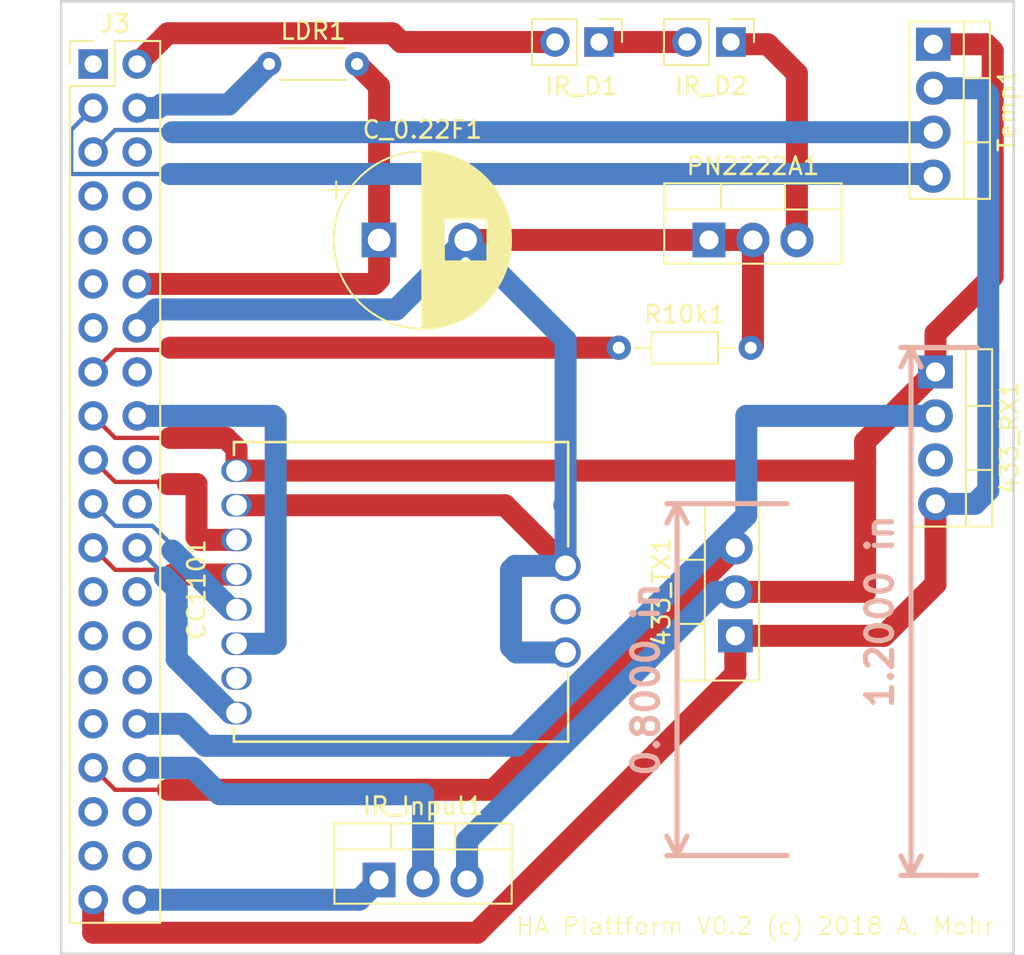
<source format=kicad_pcb>
(kicad_pcb (version 20171130) (host pcbnew "(5.0.0-rc2-dev-482-gf81c77cd4)")

  (general
    (thickness 1.6)
    (drawings 8)
    (tracks 143)
    (zones 0)
    (modules 12)
    (nets 21)
  )

  (page A4)
  (layers
    (0 F.Cu signal)
    (31 B.Cu signal)
    (32 B.Adhes user)
    (33 F.Adhes user)
    (34 B.Paste user)
    (35 F.Paste user)
    (36 B.SilkS user)
    (37 F.SilkS user)
    (38 B.Mask user)
    (39 F.Mask user)
    (40 Dwgs.User user)
    (41 Cmts.User user)
    (42 Eco1.User user)
    (43 Eco2.User user)
    (44 Edge.Cuts user)
    (45 Margin user)
    (46 B.CrtYd user)
    (47 F.CrtYd user)
    (48 B.Fab user)
    (49 F.Fab user)
  )

  (setup
    (last_trace_width 1.27)
    (user_trace_width 1.27)
    (trace_clearance 0.127)
    (zone_clearance 0.508)
    (zone_45_only no)
    (trace_min 0.127)
    (segment_width 0.2)
    (edge_width 0.15)
    (via_size 0.6)
    (via_drill 0.4)
    (via_min_size 0.508)
    (via_min_drill 0.3)
    (uvia_size 0.3)
    (uvia_drill 0.1)
    (uvias_allowed no)
    (uvia_min_size 0.2)
    (uvia_min_drill 0.1)
    (pcb_text_width 0.3)
    (pcb_text_size 1.5 1.5)
    (mod_edge_width 0.15)
    (mod_text_size 1 1)
    (mod_text_width 0.15)
    (pad_size 2 2)
    (pad_drill 1.3)
    (pad_to_mask_clearance 0.2)
    (aux_axis_origin 90.2208 61.2394)
    (visible_elements FFFFFF7F)
    (pcbplotparams
      (layerselection 0x010f0_ffffffff)
      (usegerberextensions true)
      (usegerberattributes false)
      (usegerberadvancedattributes false)
      (creategerberjobfile false)
      (excludeedgelayer true)
      (linewidth 0.100000)
      (plotframeref false)
      (viasonmask false)
      (mode 1)
      (useauxorigin false)
      (hpglpennumber 1)
      (hpglpenspeed 20)
      (hpglpendiameter 15)
      (psnegative false)
      (psa4output false)
      (plotreference true)
      (plotvalue true)
      (plotinvisibletext false)
      (padsonsilk false)
      (subtractmaskfromsilk false)
      (outputformat 1)
      (mirror false)
      (drillshape 0)
      (scaleselection 1)
      (outputdirectory plot/))
  )

  (net 0 "")
  (net 1 "Net-(J3-Pad15)")
  (net 2 "Net-(J3-Pad5)")
  (net 3 "Net-(J3-Pad3)")
  (net 4 "Net-(J3-Pad4)")
  (net 5 "Net-(C_0.22F1-Pad1)")
  (net 6 "Net-(CC1101-Pad11)")
  (net 7 "Net-(CC1101-Pad8)")
  (net 8 "Net-(CC1101-Pad6)")
  (net 9 "Net-(CC1101-Pad5)")
  (net 10 "Net-(CC1101-Pad4)")
  (net 11 "Net-(CC1101-Pad3)")
  (net 12 "Net-(IR_D1-Pad1)")
  (net 13 "Net-(IR_D1-Pad2)")
  (net 14 "Net-(IR_D2-Pad1)")
  (net 15 "Net-(IR_Input1-Pad2)")
  (net 16 "Net-(IR_Input1-Pad1)")
  (net 17 "Net-(433_RX1-Pad1)")
  (net 18 "Net-(433_RX1-Pad2)")
  (net 19 "Net-(433_RX1-Pad4)")
  (net 20 "Net-(433_TX1-Pad3)")

  (net_class Default "This is the default net class."
    (clearance 0.127)
    (trace_width 0.25)
    (via_dia 0.6)
    (via_drill 0.4)
    (uvia_dia 0.3)
    (uvia_drill 0.1)
    (add_net "Net-(433_RX1-Pad1)")
    (add_net "Net-(433_RX1-Pad2)")
    (add_net "Net-(433_RX1-Pad4)")
    (add_net "Net-(433_TX1-Pad3)")
    (add_net "Net-(CC1101-Pad11)")
    (add_net "Net-(CC1101-Pad3)")
    (add_net "Net-(CC1101-Pad4)")
    (add_net "Net-(CC1101-Pad5)")
    (add_net "Net-(CC1101-Pad6)")
    (add_net "Net-(CC1101-Pad8)")
    (add_net "Net-(C_0.22F1-Pad1)")
    (add_net "Net-(IR_D1-Pad1)")
    (add_net "Net-(IR_D1-Pad2)")
    (add_net "Net-(IR_D2-Pad1)")
    (add_net "Net-(IR_Input1-Pad1)")
    (add_net "Net-(IR_Input1-Pad2)")
    (add_net "Net-(J3-Pad15)")
    (add_net "Net-(J3-Pad3)")
    (add_net "Net-(J3-Pad4)")
    (add_net "Net-(J3-Pad5)")
  )

  (net_class 1.27mm ""
    (clearance 0.127)
    (trace_width 1.27)
    (via_dia 0.6)
    (via_drill 0.4)
    (uvia_dia 0.3)
    (uvia_drill 0.1)
  )

  (module Resistor_THT:R_Axial_DIN0204_L3.6mm_D1.6mm_P7.62mm_Horizontal (layer F.Cu) (tedit 5A24F4B6) (tstamp 5AE29867)
    (at 52.197 40.005)
    (descr "Resistor, Axial_DIN0204 series, Axial, Horizontal, pin pitch=7.62mm, 0.167W, length*diameter=3.6*1.6mm^2, http://cdn-reichelt.de/documents/datenblatt/B400/1_4W%23YAG.pdf")
    (tags "Resistor Axial_DIN0204 series Axial Horizontal pin pitch 7.62mm 0.167W length 3.6mm diameter 1.6mm")
    (path /5AD7918F)
    (fp_text reference R10k1 (at 3.81 -1.92) (layer F.SilkS)
      (effects (font (size 1 1) (thickness 0.15)))
    )
    (fp_text value R10k (at 3.81 1.92) (layer F.Fab)
      (effects (font (size 1 1) (thickness 0.15)))
    )
    (fp_line (start 2.01 -0.8) (end 2.01 0.8) (layer F.Fab) (width 0.1))
    (fp_line (start 2.01 0.8) (end 5.61 0.8) (layer F.Fab) (width 0.1))
    (fp_line (start 5.61 0.8) (end 5.61 -0.8) (layer F.Fab) (width 0.1))
    (fp_line (start 5.61 -0.8) (end 2.01 -0.8) (layer F.Fab) (width 0.1))
    (fp_line (start 0 0) (end 2.01 0) (layer F.Fab) (width 0.1))
    (fp_line (start 7.62 0) (end 5.61 0) (layer F.Fab) (width 0.1))
    (fp_line (start 1.89 -0.92) (end 1.89 0.92) (layer F.SilkS) (width 0.12))
    (fp_line (start 1.89 0.92) (end 5.73 0.92) (layer F.SilkS) (width 0.12))
    (fp_line (start 5.73 0.92) (end 5.73 -0.92) (layer F.SilkS) (width 0.12))
    (fp_line (start 5.73 -0.92) (end 1.89 -0.92) (layer F.SilkS) (width 0.12))
    (fp_line (start 0.94 0) (end 1.89 0) (layer F.SilkS) (width 0.12))
    (fp_line (start 6.68 0) (end 5.73 0) (layer F.SilkS) (width 0.12))
    (fp_line (start -0.95 -1.2) (end -0.95 1.2) (layer F.CrtYd) (width 0.05))
    (fp_line (start -0.95 1.2) (end 8.6 1.2) (layer F.CrtYd) (width 0.05))
    (fp_line (start 8.6 1.2) (end 8.6 -1.2) (layer F.CrtYd) (width 0.05))
    (fp_line (start 8.6 -1.2) (end -0.95 -1.2) (layer F.CrtYd) (width 0.05))
    (fp_text user %R (at 3.81 0) (layer F.Fab)
      (effects (font (size 0.72 0.72) (thickness 0.108)))
    )
    (pad 1 thru_hole circle (at 0 0) (size 1.4 1.4) (drill 0.7) (layers *.Cu *.Mask)
      (net 1 "Net-(J3-Pad15)"))
    (pad 2 thru_hole oval (at 7.62 0) (size 1.4 1.4) (drill 0.7) (layers *.Cu *.Mask)
      (net 6 "Net-(CC1101-Pad11)"))
    (model ${KISYS3DMOD}/Resistor_THT.3dshapes/R_Axial_DIN0204_L3.6mm_D1.6mm_P7.62mm_Horizontal.wrl
      (at (xyz 0 0 0))
      (scale (xyz 1 1 1))
      (rotate (xyz 0 0 0))
    )
  )

  (module Connector_PinHeader_2.54mm:PinHeader_2x20_P2.54mm_Vertical (layer F.Cu) (tedit 59FED5CC) (tstamp 5AFEEB3D)
    (at 21.844 23.622)
    (descr "Through hole straight pin header, 2x20, 2.54mm pitch, double rows")
    (tags "Through hole pin header THT 2x20 2.54mm double row")
    (path /5AD7EDF3)
    (fp_text reference J3 (at 1.27 -2.33) (layer F.SilkS)
      (effects (font (size 1 1) (thickness 0.15)))
    )
    (fp_text value Raspberry_Pi_2_3 (at 1.27 50.59) (layer F.Fab)
      (effects (font (size 1 1) (thickness 0.15)))
    )
    (fp_line (start 0 -1.27) (end 3.81 -1.27) (layer F.Fab) (width 0.1))
    (fp_line (start 3.81 -1.27) (end 3.81 49.53) (layer F.Fab) (width 0.1))
    (fp_line (start 3.81 49.53) (end -1.27 49.53) (layer F.Fab) (width 0.1))
    (fp_line (start -1.27 49.53) (end -1.27 0) (layer F.Fab) (width 0.1))
    (fp_line (start -1.27 0) (end 0 -1.27) (layer F.Fab) (width 0.1))
    (fp_line (start -1.33 49.59) (end 3.87 49.59) (layer F.SilkS) (width 0.12))
    (fp_line (start -1.33 1.27) (end -1.33 49.59) (layer F.SilkS) (width 0.12))
    (fp_line (start 3.87 -1.33) (end 3.87 49.59) (layer F.SilkS) (width 0.12))
    (fp_line (start -1.33 1.27) (end 1.27 1.27) (layer F.SilkS) (width 0.12))
    (fp_line (start 1.27 1.27) (end 1.27 -1.33) (layer F.SilkS) (width 0.12))
    (fp_line (start 1.27 -1.33) (end 3.87 -1.33) (layer F.SilkS) (width 0.12))
    (fp_line (start -1.33 0) (end -1.33 -1.33) (layer F.SilkS) (width 0.12))
    (fp_line (start -1.33 -1.33) (end 0 -1.33) (layer F.SilkS) (width 0.12))
    (fp_line (start -1.8 -1.8) (end -1.8 50.05) (layer F.CrtYd) (width 0.05))
    (fp_line (start -1.8 50.05) (end 4.35 50.05) (layer F.CrtYd) (width 0.05))
    (fp_line (start 4.35 50.05) (end 4.35 -1.8) (layer F.CrtYd) (width 0.05))
    (fp_line (start 4.35 -1.8) (end -1.8 -1.8) (layer F.CrtYd) (width 0.05))
    (fp_text user %R (at 1.27 24.13 90) (layer F.Fab)
      (effects (font (size 1 1) (thickness 0.15)))
    )
    (pad 1 thru_hole rect (at 0 0) (size 1.7 1.7) (drill 1) (layers *.Cu *.Mask))
    (pad 2 thru_hole oval (at 2.54 0) (size 1.7 1.7) (drill 1) (layers *.Cu *.Mask)
      (net 13 "Net-(IR_D1-Pad2)"))
    (pad 3 thru_hole oval (at 0 2.54) (size 1.7 1.7) (drill 1) (layers *.Cu *.Mask)
      (net 3 "Net-(J3-Pad3)"))
    (pad 4 thru_hole oval (at 2.54 2.54) (size 1.7 1.7) (drill 1) (layers *.Cu *.Mask)
      (net 4 "Net-(J3-Pad4)"))
    (pad 5 thru_hole oval (at 0 5.08) (size 1.7 1.7) (drill 1) (layers *.Cu *.Mask)
      (net 2 "Net-(J3-Pad5)"))
    (pad 6 thru_hole oval (at 2.54 5.08) (size 1.7 1.7) (drill 1) (layers *.Cu *.Mask))
    (pad 7 thru_hole oval (at 0 7.62) (size 1.7 1.7) (drill 1) (layers *.Cu *.Mask))
    (pad 8 thru_hole oval (at 2.54 7.62) (size 1.7 1.7) (drill 1) (layers *.Cu *.Mask))
    (pad 9 thru_hole oval (at 0 10.16) (size 1.7 1.7) (drill 1) (layers *.Cu *.Mask))
    (pad 10 thru_hole oval (at 2.54 10.16) (size 1.7 1.7) (drill 1) (layers *.Cu *.Mask))
    (pad 11 thru_hole oval (at 0 12.7) (size 1.7 1.7) (drill 1) (layers *.Cu *.Mask))
    (pad 12 thru_hole oval (at 2.54 12.7) (size 1.7 1.7) (drill 1) (layers *.Cu *.Mask)
      (net 5 "Net-(C_0.22F1-Pad1)"))
    (pad 13 thru_hole oval (at 0 15.24) (size 1.7 1.7) (drill 1) (layers *.Cu *.Mask))
    (pad 14 thru_hole oval (at 2.54 15.24) (size 1.7 1.7) (drill 1) (layers *.Cu *.Mask)
      (net 6 "Net-(CC1101-Pad11)"))
    (pad 15 thru_hole oval (at 0 17.78) (size 1.7 1.7) (drill 1) (layers *.Cu *.Mask)
      (net 1 "Net-(J3-Pad15)"))
    (pad 16 thru_hole oval (at 2.54 17.78) (size 1.7 1.7) (drill 1) (layers *.Cu *.Mask))
    (pad 17 thru_hole oval (at 0 20.32) (size 1.7 1.7) (drill 1) (layers *.Cu *.Mask)
      (net 17 "Net-(433_RX1-Pad1)"))
    (pad 18 thru_hole oval (at 2.54 20.32) (size 1.7 1.7) (drill 1) (layers *.Cu *.Mask)
      (net 8 "Net-(CC1101-Pad6)"))
    (pad 19 thru_hole oval (at 0 22.86) (size 1.7 1.7) (drill 1) (layers *.Cu *.Mask)
      (net 11 "Net-(CC1101-Pad3)"))
    (pad 20 thru_hole oval (at 2.54 22.86) (size 1.7 1.7) (drill 1) (layers *.Cu *.Mask))
    (pad 21 thru_hole oval (at 0 25.4) (size 1.7 1.7) (drill 1) (layers *.Cu *.Mask)
      (net 9 "Net-(CC1101-Pad5)"))
    (pad 22 thru_hole oval (at 2.54 25.4) (size 1.7 1.7) (drill 1) (layers *.Cu *.Mask))
    (pad 23 thru_hole oval (at 0 27.94) (size 1.7 1.7) (drill 1) (layers *.Cu *.Mask)
      (net 10 "Net-(CC1101-Pad4)"))
    (pad 24 thru_hole oval (at 2.54 27.94) (size 1.7 1.7) (drill 1) (layers *.Cu *.Mask)
      (net 7 "Net-(CC1101-Pad8)"))
    (pad 25 thru_hole oval (at 0 30.48) (size 1.7 1.7) (drill 1) (layers *.Cu *.Mask))
    (pad 26 thru_hole oval (at 2.54 30.48) (size 1.7 1.7) (drill 1) (layers *.Cu *.Mask))
    (pad 27 thru_hole oval (at 0 33.02) (size 1.7 1.7) (drill 1) (layers *.Cu *.Mask))
    (pad 28 thru_hole oval (at 2.54 33.02) (size 1.7 1.7) (drill 1) (layers *.Cu *.Mask))
    (pad 29 thru_hole oval (at 0 35.56) (size 1.7 1.7) (drill 1) (layers *.Cu *.Mask))
    (pad 30 thru_hole oval (at 2.54 35.56) (size 1.7 1.7) (drill 1) (layers *.Cu *.Mask))
    (pad 31 thru_hole oval (at 0 38.1) (size 1.7 1.7) (drill 1) (layers *.Cu *.Mask))
    (pad 32 thru_hole oval (at 2.54 38.1) (size 1.7 1.7) (drill 1) (layers *.Cu *.Mask)
      (net 18 "Net-(433_RX1-Pad2)"))
    (pad 33 thru_hole oval (at 0 40.64) (size 1.7 1.7) (drill 1) (layers *.Cu *.Mask)
      (net 20 "Net-(433_TX1-Pad3)"))
    (pad 34 thru_hole oval (at 2.54 40.64) (size 1.7 1.7) (drill 1) (layers *.Cu *.Mask)
      (net 15 "Net-(IR_Input1-Pad2)"))
    (pad 35 thru_hole oval (at 0 43.18) (size 1.7 1.7) (drill 1) (layers *.Cu *.Mask))
    (pad 36 thru_hole oval (at 2.54 43.18) (size 1.7 1.7) (drill 1) (layers *.Cu *.Mask))
    (pad 37 thru_hole oval (at 0 45.72) (size 1.7 1.7) (drill 1) (layers *.Cu *.Mask))
    (pad 38 thru_hole oval (at 2.54 45.72) (size 1.7 1.7) (drill 1) (layers *.Cu *.Mask))
    (pad 39 thru_hole oval (at 0 48.26) (size 1.7 1.7) (drill 1) (layers *.Cu *.Mask)
      (net 19 "Net-(433_RX1-Pad4)"))
    (pad 40 thru_hole oval (at 2.54 48.26) (size 1.7 1.7) (drill 1) (layers *.Cu *.Mask)
      (net 16 "Net-(IR_Input1-Pad1)"))
    (model ${KISYS3DMOD}/Connector_PinHeader_2.54mm.3dshapes/PinHeader_2x20_P2.54mm_Vertical.wrl
      (at (xyz 0 0 0))
      (scale (xyz 1 1 1))
      (rotate (xyz 0 0 0))
    )
  )

  (module Package_TO_SOT_THT:TO-220-4_Vertical (layer F.Cu) (tedit 5ACC4AF2) (tstamp 5ADFEDBB)
    (at 70.485 41.402 270)
    (descr "TO-220-4, Vertical, RM 2.54mm")
    (tags "TO-220-4 Vertical RM 2.54mm")
    (path /5AD90BD9)
    (fp_text reference 433_RX1 (at 3.81 -4.27 270) (layer F.SilkS)
      (effects (font (size 1 1) (thickness 0.15)))
    )
    (fp_text value "433 Mhz receive" (at 3.81 2.5 270) (layer F.Fab)
      (effects (font (size 1 1) (thickness 0.15)))
    )
    (fp_line (start -1.19 -3.15) (end -1.19 1.25) (layer F.Fab) (width 0.1))
    (fp_line (start -1.19 1.25) (end 8.81 1.25) (layer F.Fab) (width 0.1))
    (fp_line (start 8.81 1.25) (end 8.81 -3.15) (layer F.Fab) (width 0.1))
    (fp_line (start 8.81 -3.15) (end -1.19 -3.15) (layer F.Fab) (width 0.1))
    (fp_line (start -1.19 -1.88) (end 8.81 -1.88) (layer F.Fab) (width 0.1))
    (fp_line (start 1.96 -3.15) (end 1.96 -1.88) (layer F.Fab) (width 0.1))
    (fp_line (start 5.66 -3.15) (end 5.66 -1.88) (layer F.Fab) (width 0.1))
    (fp_line (start -1.31 -3.27) (end 8.93 -3.27) (layer F.SilkS) (width 0.12))
    (fp_line (start -1.31 1.371) (end 8.93 1.371) (layer F.SilkS) (width 0.12))
    (fp_line (start -1.31 -3.27) (end -1.31 1.371) (layer F.SilkS) (width 0.12))
    (fp_line (start 8.93 -3.27) (end 8.93 1.371) (layer F.SilkS) (width 0.12))
    (fp_line (start -1.31 -1.76) (end 8.93 -1.76) (layer F.SilkS) (width 0.12))
    (fp_line (start 1.96 -3.27) (end 1.96 -1.76) (layer F.SilkS) (width 0.12))
    (fp_line (start 5.66 -3.27) (end 5.66 -1.76) (layer F.SilkS) (width 0.12))
    (fp_line (start -1.44 -3.4) (end -1.44 1.51) (layer F.CrtYd) (width 0.05))
    (fp_line (start -1.44 1.51) (end 9.06 1.51) (layer F.CrtYd) (width 0.05))
    (fp_line (start 9.06 1.51) (end 9.06 -3.4) (layer F.CrtYd) (width 0.05))
    (fp_line (start 9.06 -3.4) (end -1.44 -3.4) (layer F.CrtYd) (width 0.05))
    (fp_text user %R (at 3.81 -4.27 270) (layer F.Fab)
      (effects (font (size 1 1) (thickness 0.15)))
    )
    (pad 1 thru_hole rect (at 0 0 270) (size 1.905 2) (drill 1.1) (layers *.Cu *.Mask)
      (net 17 "Net-(433_RX1-Pad1)"))
    (pad 2 thru_hole oval (at 2.54 0 270) (size 1.905 2) (drill 1.1) (layers *.Cu *.Mask)
      (net 18 "Net-(433_RX1-Pad2)"))
    (pad 3 thru_hole oval (at 5.08 0 270) (size 1.905 2) (drill 1.1) (layers *.Cu *.Mask))
    (pad 4 thru_hole oval (at 7.62 0 270) (size 1.905 2) (drill 1.1) (layers *.Cu *.Mask)
      (net 19 "Net-(433_RX1-Pad4)"))
    (model ${KISYS3DMOD}/Package_TO_SOT_THT.3dshapes/TO-220-4_Vertical.wrl
      (at (xyz 0 0 0))
      (scale (xyz 1 1 1))
      (rotate (xyz 0 0 0))
    )
  )

  (module Package_TO_SOT_THT:TO-220-3_Vertical (layer F.Cu) (tedit 5AC8BA0D) (tstamp 5ADFEDD5)
    (at 58.928 56.642 90)
    (descr "TO-220-3, Vertical, RM 2.54mm, see https://www.vishay.com/docs/66542/to-220-1.pdf")
    (tags "TO-220-3 Vertical RM 2.54mm")
    (path /5AD8F089)
    (fp_text reference 433_TX1 (at 2.54 -4.27 90) (layer F.SilkS)
      (effects (font (size 1 1) (thickness 0.15)))
    )
    (fp_text value "433 MHz transmit" (at 2.54 2.5 90) (layer F.Fab)
      (effects (font (size 1 1) (thickness 0.15)))
    )
    (fp_line (start -2.46 -3.15) (end -2.46 1.25) (layer F.Fab) (width 0.1))
    (fp_line (start -2.46 1.25) (end 7.54 1.25) (layer F.Fab) (width 0.1))
    (fp_line (start 7.54 1.25) (end 7.54 -3.15) (layer F.Fab) (width 0.1))
    (fp_line (start 7.54 -3.15) (end -2.46 -3.15) (layer F.Fab) (width 0.1))
    (fp_line (start -2.46 -1.88) (end 7.54 -1.88) (layer F.Fab) (width 0.1))
    (fp_line (start 0.69 -3.15) (end 0.69 -1.88) (layer F.Fab) (width 0.1))
    (fp_line (start 4.39 -3.15) (end 4.39 -1.88) (layer F.Fab) (width 0.1))
    (fp_line (start -2.58 -3.27) (end 7.66 -3.27) (layer F.SilkS) (width 0.12))
    (fp_line (start -2.58 1.371) (end 7.66 1.371) (layer F.SilkS) (width 0.12))
    (fp_line (start -2.58 -3.27) (end -2.58 1.371) (layer F.SilkS) (width 0.12))
    (fp_line (start 7.66 -3.27) (end 7.66 1.371) (layer F.SilkS) (width 0.12))
    (fp_line (start -2.58 -1.76) (end 7.66 -1.76) (layer F.SilkS) (width 0.12))
    (fp_line (start 0.69 -3.27) (end 0.69 -1.76) (layer F.SilkS) (width 0.12))
    (fp_line (start 4.391 -3.27) (end 4.391 -1.76) (layer F.SilkS) (width 0.12))
    (fp_line (start -2.71 -3.4) (end -2.71 1.51) (layer F.CrtYd) (width 0.05))
    (fp_line (start -2.71 1.51) (end 7.79 1.51) (layer F.CrtYd) (width 0.05))
    (fp_line (start 7.79 1.51) (end 7.79 -3.4) (layer F.CrtYd) (width 0.05))
    (fp_line (start 7.79 -3.4) (end -2.71 -3.4) (layer F.CrtYd) (width 0.05))
    (fp_text user %R (at 2.54 -4.27 90) (layer F.Fab)
      (effects (font (size 1 1) (thickness 0.15)))
    )
    (pad 1 thru_hole rect (at 0 0 90) (size 1.905 2) (drill 1.1) (layers *.Cu *.Mask)
      (net 19 "Net-(433_RX1-Pad4)"))
    (pad 2 thru_hole oval (at 2.54 0 90) (size 1.905 2) (drill 1.1) (layers *.Cu *.Mask)
      (net 17 "Net-(433_RX1-Pad1)"))
    (pad 3 thru_hole oval (at 5.08 0 90) (size 1.905 2) (drill 1.1) (layers *.Cu *.Mask)
      (net 20 "Net-(433_TX1-Pad3)"))
    (model ${KISYS3DMOD}/Package_TO_SOT_THT.3dshapes/TO-220-3_Vertical.wrl
      (at (xyz 0 0 0))
      (scale (xyz 1 1 1))
      (rotate (xyz 0 0 0))
    )
  )

  (module Capacitor_THT:CP_Radial_D10.0mm_P5.00mm (layer F.Cu) (tedit 5ADA527E) (tstamp 5ADFEEA1)
    (at 38.354 33.782)
    (descr "CP, Radial series, Radial, pin pitch=5.00mm, , diameter=10mm, Electrolytic Capacitor")
    (tags "CP Radial series Radial pin pitch 5.00mm  diameter 10mm Electrolytic Capacitor")
    (path /5ADD3A24)
    (fp_text reference C_0.22F1 (at 2.5 -6.37) (layer F.SilkS)
      (effects (font (size 1 1) (thickness 0.15)))
    )
    (fp_text value 0.22F (at 2.5 6.37) (layer F.Fab)
      (effects (font (size 1 1) (thickness 0.15)))
    )
    (fp_circle (center 2.5 0) (end 7.5 0) (layer F.Fab) (width 0.1))
    (fp_circle (center 2.5 0) (end 7.62 0) (layer F.SilkS) (width 0.12))
    (fp_circle (center 2.5 0) (end 7.75 0) (layer F.CrtYd) (width 0.05))
    (fp_line (start -1.788861 -2.1875) (end -0.788861 -2.1875) (layer F.Fab) (width 0.1))
    (fp_line (start -1.288861 -2.6875) (end -1.288861 -1.6875) (layer F.Fab) (width 0.1))
    (fp_line (start 2.5 -5.08) (end 2.5 5.08) (layer F.SilkS) (width 0.12))
    (fp_line (start 2.54 -5.08) (end 2.54 5.08) (layer F.SilkS) (width 0.12))
    (fp_line (start 2.58 -5.08) (end 2.58 5.08) (layer F.SilkS) (width 0.12))
    (fp_line (start 2.62 -5.079) (end 2.62 5.079) (layer F.SilkS) (width 0.12))
    (fp_line (start 2.66 -5.078) (end 2.66 5.078) (layer F.SilkS) (width 0.12))
    (fp_line (start 2.7 -5.077) (end 2.7 5.077) (layer F.SilkS) (width 0.12))
    (fp_line (start 2.74 -5.075) (end 2.74 5.075) (layer F.SilkS) (width 0.12))
    (fp_line (start 2.78 -5.073) (end 2.78 5.073) (layer F.SilkS) (width 0.12))
    (fp_line (start 2.82 -5.07) (end 2.82 5.07) (layer F.SilkS) (width 0.12))
    (fp_line (start 2.86 -5.068) (end 2.86 5.068) (layer F.SilkS) (width 0.12))
    (fp_line (start 2.9 -5.065) (end 2.9 5.065) (layer F.SilkS) (width 0.12))
    (fp_line (start 2.94 -5.062) (end 2.94 5.062) (layer F.SilkS) (width 0.12))
    (fp_line (start 2.98 -5.058) (end 2.98 5.058) (layer F.SilkS) (width 0.12))
    (fp_line (start 3.02 -5.054) (end 3.02 5.054) (layer F.SilkS) (width 0.12))
    (fp_line (start 3.06 -5.05) (end 3.06 5.05) (layer F.SilkS) (width 0.12))
    (fp_line (start 3.1 -5.045) (end 3.1 5.045) (layer F.SilkS) (width 0.12))
    (fp_line (start 3.14 -5.04) (end 3.14 5.04) (layer F.SilkS) (width 0.12))
    (fp_line (start 3.18 -5.035) (end 3.18 5.035) (layer F.SilkS) (width 0.12))
    (fp_line (start 3.221 -5.03) (end 3.221 5.03) (layer F.SilkS) (width 0.12))
    (fp_line (start 3.261 -5.024) (end 3.261 5.024) (layer F.SilkS) (width 0.12))
    (fp_line (start 3.301 -5.018) (end 3.301 5.018) (layer F.SilkS) (width 0.12))
    (fp_line (start 3.341 -5.011) (end 3.341 5.011) (layer F.SilkS) (width 0.12))
    (fp_line (start 3.381 -5.004) (end 3.381 5.004) (layer F.SilkS) (width 0.12))
    (fp_line (start 3.421 -4.997) (end 3.421 4.997) (layer F.SilkS) (width 0.12))
    (fp_line (start 3.461 -4.99) (end 3.461 4.99) (layer F.SilkS) (width 0.12))
    (fp_line (start 3.501 -4.982) (end 3.501 4.982) (layer F.SilkS) (width 0.12))
    (fp_line (start 3.541 -4.974) (end 3.541 4.974) (layer F.SilkS) (width 0.12))
    (fp_line (start 3.581 -4.965) (end 3.581 4.965) (layer F.SilkS) (width 0.12))
    (fp_line (start 3.621 -4.956) (end 3.621 4.956) (layer F.SilkS) (width 0.12))
    (fp_line (start 3.661 -4.947) (end 3.661 4.947) (layer F.SilkS) (width 0.12))
    (fp_line (start 3.701 -4.938) (end 3.701 4.938) (layer F.SilkS) (width 0.12))
    (fp_line (start 3.741 -4.928) (end 3.741 4.928) (layer F.SilkS) (width 0.12))
    (fp_line (start 3.781 -4.918) (end 3.781 -1.241) (layer F.SilkS) (width 0.12))
    (fp_line (start 3.781 1.241) (end 3.781 4.918) (layer F.SilkS) (width 0.12))
    (fp_line (start 3.821 -4.907) (end 3.821 -1.241) (layer F.SilkS) (width 0.12))
    (fp_line (start 3.821 1.241) (end 3.821 4.907) (layer F.SilkS) (width 0.12))
    (fp_line (start 3.861 -4.897) (end 3.861 -1.241) (layer F.SilkS) (width 0.12))
    (fp_line (start 3.861 1.241) (end 3.861 4.897) (layer F.SilkS) (width 0.12))
    (fp_line (start 3.901 -4.885) (end 3.901 -1.241) (layer F.SilkS) (width 0.12))
    (fp_line (start 3.901 1.241) (end 3.901 4.885) (layer F.SilkS) (width 0.12))
    (fp_line (start 3.941 -4.874) (end 3.941 -1.241) (layer F.SilkS) (width 0.12))
    (fp_line (start 3.941 1.241) (end 3.941 4.874) (layer F.SilkS) (width 0.12))
    (fp_line (start 3.981 -4.862) (end 3.981 -1.241) (layer F.SilkS) (width 0.12))
    (fp_line (start 3.981 1.241) (end 3.981 4.862) (layer F.SilkS) (width 0.12))
    (fp_line (start 4.021 -4.85) (end 4.021 -1.241) (layer F.SilkS) (width 0.12))
    (fp_line (start 4.021 1.241) (end 4.021 4.85) (layer F.SilkS) (width 0.12))
    (fp_line (start 4.061 -4.837) (end 4.061 -1.241) (layer F.SilkS) (width 0.12))
    (fp_line (start 4.061 1.241) (end 4.061 4.837) (layer F.SilkS) (width 0.12))
    (fp_line (start 4.101 -4.824) (end 4.101 -1.241) (layer F.SilkS) (width 0.12))
    (fp_line (start 4.101 1.241) (end 4.101 4.824) (layer F.SilkS) (width 0.12))
    (fp_line (start 4.141 -4.811) (end 4.141 -1.241) (layer F.SilkS) (width 0.12))
    (fp_line (start 4.141 1.241) (end 4.141 4.811) (layer F.SilkS) (width 0.12))
    (fp_line (start 4.181 -4.797) (end 4.181 -1.241) (layer F.SilkS) (width 0.12))
    (fp_line (start 4.181 1.241) (end 4.181 4.797) (layer F.SilkS) (width 0.12))
    (fp_line (start 4.221 -4.783) (end 4.221 -1.241) (layer F.SilkS) (width 0.12))
    (fp_line (start 4.221 1.241) (end 4.221 4.783) (layer F.SilkS) (width 0.12))
    (fp_line (start 4.261 -4.768) (end 4.261 -1.241) (layer F.SilkS) (width 0.12))
    (fp_line (start 4.261 1.241) (end 4.261 4.768) (layer F.SilkS) (width 0.12))
    (fp_line (start 4.301 -4.754) (end 4.301 -1.241) (layer F.SilkS) (width 0.12))
    (fp_line (start 4.301 1.241) (end 4.301 4.754) (layer F.SilkS) (width 0.12))
    (fp_line (start 4.341 -4.738) (end 4.341 -1.241) (layer F.SilkS) (width 0.12))
    (fp_line (start 4.341 1.241) (end 4.341 4.738) (layer F.SilkS) (width 0.12))
    (fp_line (start 4.381 -4.723) (end 4.381 -1.241) (layer F.SilkS) (width 0.12))
    (fp_line (start 4.381 1.241) (end 4.381 4.723) (layer F.SilkS) (width 0.12))
    (fp_line (start 4.421 -4.707) (end 4.421 -1.241) (layer F.SilkS) (width 0.12))
    (fp_line (start 4.421 1.241) (end 4.421 4.707) (layer F.SilkS) (width 0.12))
    (fp_line (start 4.461 -4.69) (end 4.461 -1.241) (layer F.SilkS) (width 0.12))
    (fp_line (start 4.461 1.241) (end 4.461 4.69) (layer F.SilkS) (width 0.12))
    (fp_line (start 4.501 -4.674) (end 4.501 -1.241) (layer F.SilkS) (width 0.12))
    (fp_line (start 4.501 1.241) (end 4.501 4.674) (layer F.SilkS) (width 0.12))
    (fp_line (start 4.541 -4.657) (end 4.541 -1.241) (layer F.SilkS) (width 0.12))
    (fp_line (start 4.541 1.241) (end 4.541 4.657) (layer F.SilkS) (width 0.12))
    (fp_line (start 4.581 -4.639) (end 4.581 -1.241) (layer F.SilkS) (width 0.12))
    (fp_line (start 4.581 1.241) (end 4.581 4.639) (layer F.SilkS) (width 0.12))
    (fp_line (start 4.621 -4.621) (end 4.621 -1.241) (layer F.SilkS) (width 0.12))
    (fp_line (start 4.621 1.241) (end 4.621 4.621) (layer F.SilkS) (width 0.12))
    (fp_line (start 4.661 -4.603) (end 4.661 -1.241) (layer F.SilkS) (width 0.12))
    (fp_line (start 4.661 1.241) (end 4.661 4.603) (layer F.SilkS) (width 0.12))
    (fp_line (start 4.701 -4.584) (end 4.701 -1.241) (layer F.SilkS) (width 0.12))
    (fp_line (start 4.701 1.241) (end 4.701 4.584) (layer F.SilkS) (width 0.12))
    (fp_line (start 4.741 -4.564) (end 4.741 -1.241) (layer F.SilkS) (width 0.12))
    (fp_line (start 4.741 1.241) (end 4.741 4.564) (layer F.SilkS) (width 0.12))
    (fp_line (start 4.781 -4.545) (end 4.781 -1.241) (layer F.SilkS) (width 0.12))
    (fp_line (start 4.781 1.241) (end 4.781 4.545) (layer F.SilkS) (width 0.12))
    (fp_line (start 4.821 -4.525) (end 4.821 -1.241) (layer F.SilkS) (width 0.12))
    (fp_line (start 4.821 1.241) (end 4.821 4.525) (layer F.SilkS) (width 0.12))
    (fp_line (start 4.861 -4.504) (end 4.861 -1.241) (layer F.SilkS) (width 0.12))
    (fp_line (start 4.861 1.241) (end 4.861 4.504) (layer F.SilkS) (width 0.12))
    (fp_line (start 4.901 -4.483) (end 4.901 -1.241) (layer F.SilkS) (width 0.12))
    (fp_line (start 4.901 1.241) (end 4.901 4.483) (layer F.SilkS) (width 0.12))
    (fp_line (start 4.941 -4.462) (end 4.941 -1.241) (layer F.SilkS) (width 0.12))
    (fp_line (start 4.941 1.241) (end 4.941 4.462) (layer F.SilkS) (width 0.12))
    (fp_line (start 4.981 -4.44) (end 4.981 -1.241) (layer F.SilkS) (width 0.12))
    (fp_line (start 4.981 1.241) (end 4.981 4.44) (layer F.SilkS) (width 0.12))
    (fp_line (start 5.021 -4.417) (end 5.021 -1.241) (layer F.SilkS) (width 0.12))
    (fp_line (start 5.021 1.241) (end 5.021 4.417) (layer F.SilkS) (width 0.12))
    (fp_line (start 5.061 -4.395) (end 5.061 -1.241) (layer F.SilkS) (width 0.12))
    (fp_line (start 5.061 1.241) (end 5.061 4.395) (layer F.SilkS) (width 0.12))
    (fp_line (start 5.101 -4.371) (end 5.101 -1.241) (layer F.SilkS) (width 0.12))
    (fp_line (start 5.101 1.241) (end 5.101 4.371) (layer F.SilkS) (width 0.12))
    (fp_line (start 5.141 -4.347) (end 5.141 -1.241) (layer F.SilkS) (width 0.12))
    (fp_line (start 5.141 1.241) (end 5.141 4.347) (layer F.SilkS) (width 0.12))
    (fp_line (start 5.181 -4.323) (end 5.181 -1.241) (layer F.SilkS) (width 0.12))
    (fp_line (start 5.181 1.241) (end 5.181 4.323) (layer F.SilkS) (width 0.12))
    (fp_line (start 5.221 -4.298) (end 5.221 -1.241) (layer F.SilkS) (width 0.12))
    (fp_line (start 5.221 1.241) (end 5.221 4.298) (layer F.SilkS) (width 0.12))
    (fp_line (start 5.261 -4.273) (end 5.261 -1.241) (layer F.SilkS) (width 0.12))
    (fp_line (start 5.261 1.241) (end 5.261 4.273) (layer F.SilkS) (width 0.12))
    (fp_line (start 5.301 -4.247) (end 5.301 -1.241) (layer F.SilkS) (width 0.12))
    (fp_line (start 5.301 1.241) (end 5.301 4.247) (layer F.SilkS) (width 0.12))
    (fp_line (start 5.341 -4.221) (end 5.341 -1.241) (layer F.SilkS) (width 0.12))
    (fp_line (start 5.341 1.241) (end 5.341 4.221) (layer F.SilkS) (width 0.12))
    (fp_line (start 5.381 -4.194) (end 5.381 -1.241) (layer F.SilkS) (width 0.12))
    (fp_line (start 5.381 1.241) (end 5.381 4.194) (layer F.SilkS) (width 0.12))
    (fp_line (start 5.421 -4.166) (end 5.421 -1.241) (layer F.SilkS) (width 0.12))
    (fp_line (start 5.421 1.241) (end 5.421 4.166) (layer F.SilkS) (width 0.12))
    (fp_line (start 5.461 -4.138) (end 5.461 -1.241) (layer F.SilkS) (width 0.12))
    (fp_line (start 5.461 1.241) (end 5.461 4.138) (layer F.SilkS) (width 0.12))
    (fp_line (start 5.501 -4.11) (end 5.501 -1.241) (layer F.SilkS) (width 0.12))
    (fp_line (start 5.501 1.241) (end 5.501 4.11) (layer F.SilkS) (width 0.12))
    (fp_line (start 5.541 -4.08) (end 5.541 -1.241) (layer F.SilkS) (width 0.12))
    (fp_line (start 5.541 1.241) (end 5.541 4.08) (layer F.SilkS) (width 0.12))
    (fp_line (start 5.581 -4.05) (end 5.581 -1.241) (layer F.SilkS) (width 0.12))
    (fp_line (start 5.581 1.241) (end 5.581 4.05) (layer F.SilkS) (width 0.12))
    (fp_line (start 5.621 -4.02) (end 5.621 -1.241) (layer F.SilkS) (width 0.12))
    (fp_line (start 5.621 1.241) (end 5.621 4.02) (layer F.SilkS) (width 0.12))
    (fp_line (start 5.661 -3.989) (end 5.661 -1.241) (layer F.SilkS) (width 0.12))
    (fp_line (start 5.661 1.241) (end 5.661 3.989) (layer F.SilkS) (width 0.12))
    (fp_line (start 5.701 -3.957) (end 5.701 -1.241) (layer F.SilkS) (width 0.12))
    (fp_line (start 5.701 1.241) (end 5.701 3.957) (layer F.SilkS) (width 0.12))
    (fp_line (start 5.741 -3.925) (end 5.741 -1.241) (layer F.SilkS) (width 0.12))
    (fp_line (start 5.741 1.241) (end 5.741 3.925) (layer F.SilkS) (width 0.12))
    (fp_line (start 5.781 -3.892) (end 5.781 -1.241) (layer F.SilkS) (width 0.12))
    (fp_line (start 5.781 1.241) (end 5.781 3.892) (layer F.SilkS) (width 0.12))
    (fp_line (start 5.821 -3.858) (end 5.821 -1.241) (layer F.SilkS) (width 0.12))
    (fp_line (start 5.821 1.241) (end 5.821 3.858) (layer F.SilkS) (width 0.12))
    (fp_line (start 5.861 -3.824) (end 5.861 -1.241) (layer F.SilkS) (width 0.12))
    (fp_line (start 5.861 1.241) (end 5.861 3.824) (layer F.SilkS) (width 0.12))
    (fp_line (start 5.901 -3.789) (end 5.901 -1.241) (layer F.SilkS) (width 0.12))
    (fp_line (start 5.901 1.241) (end 5.901 3.789) (layer F.SilkS) (width 0.12))
    (fp_line (start 5.941 -3.753) (end 5.941 -1.241) (layer F.SilkS) (width 0.12))
    (fp_line (start 5.941 1.241) (end 5.941 3.753) (layer F.SilkS) (width 0.12))
    (fp_line (start 5.981 -3.716) (end 5.981 -1.241) (layer F.SilkS) (width 0.12))
    (fp_line (start 5.981 1.241) (end 5.981 3.716) (layer F.SilkS) (width 0.12))
    (fp_line (start 6.021 -3.679) (end 6.021 -1.241) (layer F.SilkS) (width 0.12))
    (fp_line (start 6.021 1.241) (end 6.021 3.679) (layer F.SilkS) (width 0.12))
    (fp_line (start 6.061 -3.64) (end 6.061 -1.241) (layer F.SilkS) (width 0.12))
    (fp_line (start 6.061 1.241) (end 6.061 3.64) (layer F.SilkS) (width 0.12))
    (fp_line (start 6.101 -3.601) (end 6.101 -1.241) (layer F.SilkS) (width 0.12))
    (fp_line (start 6.101 1.241) (end 6.101 3.601) (layer F.SilkS) (width 0.12))
    (fp_line (start 6.141 -3.561) (end 6.141 -1.241) (layer F.SilkS) (width 0.12))
    (fp_line (start 6.141 1.241) (end 6.141 3.561) (layer F.SilkS) (width 0.12))
    (fp_line (start 6.181 -3.52) (end 6.181 -1.241) (layer F.SilkS) (width 0.12))
    (fp_line (start 6.181 1.241) (end 6.181 3.52) (layer F.SilkS) (width 0.12))
    (fp_line (start 6.221 -3.478) (end 6.221 -1.241) (layer F.SilkS) (width 0.12))
    (fp_line (start 6.221 1.241) (end 6.221 3.478) (layer F.SilkS) (width 0.12))
    (fp_line (start 6.261 -3.436) (end 6.261 3.436) (layer F.SilkS) (width 0.12))
    (fp_line (start 6.301 -3.392) (end 6.301 3.392) (layer F.SilkS) (width 0.12))
    (fp_line (start 6.341 -3.347) (end 6.341 3.347) (layer F.SilkS) (width 0.12))
    (fp_line (start 6.381 -3.301) (end 6.381 3.301) (layer F.SilkS) (width 0.12))
    (fp_line (start 6.421 -3.254) (end 6.421 3.254) (layer F.SilkS) (width 0.12))
    (fp_line (start 6.461 -3.206) (end 6.461 3.206) (layer F.SilkS) (width 0.12))
    (fp_line (start 6.501 -3.156) (end 6.501 3.156) (layer F.SilkS) (width 0.12))
    (fp_line (start 6.541 -3.106) (end 6.541 3.106) (layer F.SilkS) (width 0.12))
    (fp_line (start 6.581 -3.054) (end 6.581 3.054) (layer F.SilkS) (width 0.12))
    (fp_line (start 6.621 -3) (end 6.621 3) (layer F.SilkS) (width 0.12))
    (fp_line (start 6.661 -2.945) (end 6.661 2.945) (layer F.SilkS) (width 0.12))
    (fp_line (start 6.701 -2.889) (end 6.701 2.889) (layer F.SilkS) (width 0.12))
    (fp_line (start 6.741 -2.83) (end 6.741 2.83) (layer F.SilkS) (width 0.12))
    (fp_line (start 6.781 -2.77) (end 6.781 2.77) (layer F.SilkS) (width 0.12))
    (fp_line (start 6.821 -2.709) (end 6.821 2.709) (layer F.SilkS) (width 0.12))
    (fp_line (start 6.861 -2.645) (end 6.861 2.645) (layer F.SilkS) (width 0.12))
    (fp_line (start 6.901 -2.579) (end 6.901 2.579) (layer F.SilkS) (width 0.12))
    (fp_line (start 6.941 -2.51) (end 6.941 2.51) (layer F.SilkS) (width 0.12))
    (fp_line (start 6.981 -2.439) (end 6.981 2.439) (layer F.SilkS) (width 0.12))
    (fp_line (start 7.021 -2.365) (end 7.021 2.365) (layer F.SilkS) (width 0.12))
    (fp_line (start 7.061 -2.289) (end 7.061 2.289) (layer F.SilkS) (width 0.12))
    (fp_line (start 7.101 -2.209) (end 7.101 2.209) (layer F.SilkS) (width 0.12))
    (fp_line (start 7.141 -2.125) (end 7.141 2.125) (layer F.SilkS) (width 0.12))
    (fp_line (start 7.181 -2.037) (end 7.181 2.037) (layer F.SilkS) (width 0.12))
    (fp_line (start 7.221 -1.944) (end 7.221 1.944) (layer F.SilkS) (width 0.12))
    (fp_line (start 7.261 -1.846) (end 7.261 1.846) (layer F.SilkS) (width 0.12))
    (fp_line (start 7.301 -1.742) (end 7.301 1.742) (layer F.SilkS) (width 0.12))
    (fp_line (start 7.341 -1.63) (end 7.341 1.63) (layer F.SilkS) (width 0.12))
    (fp_line (start 7.381 -1.51) (end 7.381 1.51) (layer F.SilkS) (width 0.12))
    (fp_line (start 7.421 -1.378) (end 7.421 1.378) (layer F.SilkS) (width 0.12))
    (fp_line (start 7.461 -1.23) (end 7.461 1.23) (layer F.SilkS) (width 0.12))
    (fp_line (start 7.501 -1.062) (end 7.501 1.062) (layer F.SilkS) (width 0.12))
    (fp_line (start 7.541 -0.862) (end 7.541 0.862) (layer F.SilkS) (width 0.12))
    (fp_line (start 7.581 -0.599) (end 7.581 0.599) (layer F.SilkS) (width 0.12))
    (fp_line (start -2.979646 -2.875) (end -1.979646 -2.875) (layer F.SilkS) (width 0.12))
    (fp_line (start -2.479646 -3.375) (end -2.479646 -2.375) (layer F.SilkS) (width 0.12))
    (fp_text user %R (at 2.5 0) (layer F.Fab)
      (effects (font (size 1 1) (thickness 0.15)))
    )
    (pad 1 thru_hole rect (at 0 0) (size 2 2) (drill 1.3) (layers *.Cu *.Mask)
      (net 5 "Net-(C_0.22F1-Pad1)"))
    (pad 2 thru_hole circle (at 5 0) (size 2 2) (drill 1.3) (layers *.Cu *.Mask)
      (net 6 "Net-(CC1101-Pad11)"))
    (model ${KISYS3DMOD}/Capacitor_THT.3dshapes/CP_Radial_D10.0mm_P5.00mm.wrl
      (at (xyz 0 0 0))
      (scale (xyz 1 1 1))
      (rotate (xyz 0 0 0))
    )
  )

  (module cc1101:CC1101-868MHz-Module (layer F.Cu) (tedit 5ADA4D0A) (tstamp 5ADFEEBE)
    (at 39.624 54.102)
    (descr http://www.digirf.com/XWFU/2013/4f3751b81deca976.pdf)
    (path /5AD9CCE5)
    (fp_text reference CC1101 (at -11.811 -0.127 90) (layer F.SilkS)
      (effects (font (size 1 1) (thickness 0.15)))
    )
    (fp_text value CC1101-868MHz-Module (at 0.508 1.016) (layer F.Fab)
      (effects (font (size 1 1) (thickness 0.15)))
    )
    (fp_line (start -11 10) (end -11 -10) (layer F.CrtYd) (width 0.15))
    (fp_line (start 11 10) (end -11 10) (layer F.CrtYd) (width 0.15))
    (fp_line (start 11 -10) (end 11 10) (layer F.CrtYd) (width 0.15))
    (fp_line (start -11 -10) (end 11 -10) (layer F.CrtYd) (width 0.15))
    (fp_line (start -9.65 -7.9) (end -9.65 -8.65) (layer F.SilkS) (width 0.15))
    (fp_line (start -9.65 8.65) (end -9.65 7.9) (layer F.SilkS) (width 0.15))
    (fp_line (start 9.65 8.65) (end -9.65 8.65) (layer F.SilkS) (width 0.15))
    (fp_line (start 9.65 4.625) (end 9.65 8.65) (layer F.SilkS) (width 0.15))
    (fp_line (start 9.65 -8.65) (end 9.65 -2.625) (layer F.SilkS) (width 0.15))
    (fp_line (start -9.65 -8.65) (end 9.65 -8.65) (layer F.SilkS) (width 0.15))
    (fp_line (start -9.5 8.5) (end -9.5 -8.5) (layer F.Fab) (width 0.15))
    (fp_line (start 9.5 8.5) (end -9.5 8.5) (layer F.Fab) (width 0.15))
    (fp_line (start 9.5 -8.5) (end 9.5 8.5) (layer F.Fab) (width 0.15))
    (fp_line (start -9.5 -8.5) (end 9.5 -8.5) (layer F.Fab) (width 0.15))
    (pad 1 thru_hole oval (at -9.5 -7) (size 1.75 1.3) (drill 1.2) (layers *.Cu *.Mask)
      (net 17 "Net-(433_RX1-Pad1)"))
    (pad 2 thru_hole oval (at -9.5 -5) (size 1.75 1.3) (drill 1.2) (layers *.Cu *.Mask)
      (net 6 "Net-(CC1101-Pad11)"))
    (pad 3 thru_hole oval (at -9.5 -3) (size 1.75 1.3) (drill 1.2) (layers *.Cu *.Mask)
      (net 11 "Net-(CC1101-Pad3)"))
    (pad 4 thru_hole oval (at -9.5 -1) (size 1.75 1.3) (drill 1.2) (layers *.Cu *.Mask)
      (net 10 "Net-(CC1101-Pad4)"))
    (pad 5 thru_hole oval (at -9.5 1) (size 1.75 1.3) (drill 1.2) (layers *.Cu *.Mask)
      (net 9 "Net-(CC1101-Pad5)"))
    (pad 6 thru_hole oval (at -9.5 3) (size 1.75 1.3) (drill 1.2) (layers *.Cu *.Mask)
      (net 8 "Net-(CC1101-Pad6)"))
    (pad 7 thru_hole oval (at -9.5 5) (size 1.75 1.3) (drill 1.2) (layers *.Cu *.Mask))
    (pad 8 thru_hole oval (at -9.5 7) (size 1.75 1.3) (drill 1.2) (layers *.Cu *.Mask)
      (net 7 "Net-(CC1101-Pad8)"))
    (pad 9 thru_hole circle (at 9.5 3.5) (size 1.75 1.75) (drill 1.2) (layers *.Cu *.Mask)
      (net 6 "Net-(CC1101-Pad11)"))
    (pad 10 thru_hole circle (at 9.5 1) (size 1.75 1.75) (drill 1.2) (layers *.Cu *.Mask))
    (pad 11 thru_hole circle (at 9.5 -1.5) (size 1.75 1.75) (drill 1.2) (layers *.Cu *.Mask)
      (net 6 "Net-(CC1101-Pad11)"))
  )

  (module Package_TO_SOT_THT:TO-220-3_Vertical (layer F.Cu) (tedit 5AC8BA0D) (tstamp 5ADFEEF8)
    (at 38.354 70.739)
    (descr "TO-220-3, Vertical, RM 2.54mm, see https://www.vishay.com/docs/66542/to-220-1.pdf")
    (tags "TO-220-3 Vertical RM 2.54mm")
    (path /5AD7A360)
    (fp_text reference IR_Input1 (at 2.54 -4.27) (layer F.SilkS)
      (effects (font (size 1 1) (thickness 0.15)))
    )
    (fp_text value TSOP382xx (at 2.54 2.5) (layer F.Fab)
      (effects (font (size 1 1) (thickness 0.15)))
    )
    (fp_text user %R (at 2.54 -4.27) (layer F.Fab)
      (effects (font (size 1 1) (thickness 0.15)))
    )
    (fp_line (start 7.79 -3.4) (end -2.71 -3.4) (layer F.CrtYd) (width 0.05))
    (fp_line (start 7.79 1.51) (end 7.79 -3.4) (layer F.CrtYd) (width 0.05))
    (fp_line (start -2.71 1.51) (end 7.79 1.51) (layer F.CrtYd) (width 0.05))
    (fp_line (start -2.71 -3.4) (end -2.71 1.51) (layer F.CrtYd) (width 0.05))
    (fp_line (start 4.391 -3.27) (end 4.391 -1.76) (layer F.SilkS) (width 0.12))
    (fp_line (start 0.69 -3.27) (end 0.69 -1.76) (layer F.SilkS) (width 0.12))
    (fp_line (start -2.58 -1.76) (end 7.66 -1.76) (layer F.SilkS) (width 0.12))
    (fp_line (start 7.66 -3.27) (end 7.66 1.371) (layer F.SilkS) (width 0.12))
    (fp_line (start -2.58 -3.27) (end -2.58 1.371) (layer F.SilkS) (width 0.12))
    (fp_line (start -2.58 1.371) (end 7.66 1.371) (layer F.SilkS) (width 0.12))
    (fp_line (start -2.58 -3.27) (end 7.66 -3.27) (layer F.SilkS) (width 0.12))
    (fp_line (start 4.39 -3.15) (end 4.39 -1.88) (layer F.Fab) (width 0.1))
    (fp_line (start 0.69 -3.15) (end 0.69 -1.88) (layer F.Fab) (width 0.1))
    (fp_line (start -2.46 -1.88) (end 7.54 -1.88) (layer F.Fab) (width 0.1))
    (fp_line (start 7.54 -3.15) (end -2.46 -3.15) (layer F.Fab) (width 0.1))
    (fp_line (start 7.54 1.25) (end 7.54 -3.15) (layer F.Fab) (width 0.1))
    (fp_line (start -2.46 1.25) (end 7.54 1.25) (layer F.Fab) (width 0.1))
    (fp_line (start -2.46 -3.15) (end -2.46 1.25) (layer F.Fab) (width 0.1))
    (pad 3 thru_hole oval (at 5.08 0) (size 1.905 2) (drill 1.1) (layers *.Cu *.Mask)
      (net 17 "Net-(433_RX1-Pad1)"))
    (pad 2 thru_hole oval (at 2.54 0) (size 1.905 2) (drill 1.1) (layers *.Cu *.Mask)
      (net 15 "Net-(IR_Input1-Pad2)"))
    (pad 1 thru_hole rect (at 0 0) (size 1.905 2) (drill 1.1) (layers *.Cu *.Mask)
      (net 16 "Net-(IR_Input1-Pad1)"))
    (model ${KISYS3DMOD}/Package_TO_SOT_THT.3dshapes/TO-220-3_Vertical.wrl
      (at (xyz 0 0 0))
      (scale (xyz 1 1 1))
      (rotate (xyz 0 0 0))
    )
  )

  (module Package_TO_SOT_THT:TO-220-3_Vertical (layer F.Cu) (tedit 5AC8BA0D) (tstamp 5ADFEF2A)
    (at 57.404 33.782)
    (descr "TO-220-3, Vertical, RM 2.54mm, see https://www.vishay.com/docs/66542/to-220-1.pdf")
    (tags "TO-220-3 Vertical RM 2.54mm")
    (path /5AD78D35)
    (fp_text reference PN2222A1 (at 2.54 -4.27) (layer F.SilkS)
      (effects (font (size 1 1) (thickness 0.15)))
    )
    (fp_text value PN2222A (at 2.54 2.5) (layer F.Fab)
      (effects (font (size 1 1) (thickness 0.15)))
    )
    (fp_line (start -2.46 -3.15) (end -2.46 1.25) (layer F.Fab) (width 0.1))
    (fp_line (start -2.46 1.25) (end 7.54 1.25) (layer F.Fab) (width 0.1))
    (fp_line (start 7.54 1.25) (end 7.54 -3.15) (layer F.Fab) (width 0.1))
    (fp_line (start 7.54 -3.15) (end -2.46 -3.15) (layer F.Fab) (width 0.1))
    (fp_line (start -2.46 -1.88) (end 7.54 -1.88) (layer F.Fab) (width 0.1))
    (fp_line (start 0.69 -3.15) (end 0.69 -1.88) (layer F.Fab) (width 0.1))
    (fp_line (start 4.39 -3.15) (end 4.39 -1.88) (layer F.Fab) (width 0.1))
    (fp_line (start -2.58 -3.27) (end 7.66 -3.27) (layer F.SilkS) (width 0.12))
    (fp_line (start -2.58 1.371) (end 7.66 1.371) (layer F.SilkS) (width 0.12))
    (fp_line (start -2.58 -3.27) (end -2.58 1.371) (layer F.SilkS) (width 0.12))
    (fp_line (start 7.66 -3.27) (end 7.66 1.371) (layer F.SilkS) (width 0.12))
    (fp_line (start -2.58 -1.76) (end 7.66 -1.76) (layer F.SilkS) (width 0.12))
    (fp_line (start 0.69 -3.27) (end 0.69 -1.76) (layer F.SilkS) (width 0.12))
    (fp_line (start 4.391 -3.27) (end 4.391 -1.76) (layer F.SilkS) (width 0.12))
    (fp_line (start -2.71 -3.4) (end -2.71 1.51) (layer F.CrtYd) (width 0.05))
    (fp_line (start -2.71 1.51) (end 7.79 1.51) (layer F.CrtYd) (width 0.05))
    (fp_line (start 7.79 1.51) (end 7.79 -3.4) (layer F.CrtYd) (width 0.05))
    (fp_line (start 7.79 -3.4) (end -2.71 -3.4) (layer F.CrtYd) (width 0.05))
    (fp_text user %R (at 10.16 0) (layer F.Fab)
      (effects (font (size 1 1) (thickness 0.15)))
    )
    (pad 1 thru_hole rect (at 0 0) (size 1.905 2) (drill 1.1) (layers *.Cu *.Mask)
      (net 6 "Net-(CC1101-Pad11)"))
    (pad 2 thru_hole oval (at 2.54 0) (size 1.905 2) (drill 1.1) (layers *.Cu *.Mask)
      (net 6 "Net-(CC1101-Pad11)"))
    (pad 3 thru_hole oval (at 5.08 0) (size 1.905 2) (drill 1.1) (layers *.Cu *.Mask)
      (net 14 "Net-(IR_D2-Pad1)"))
    (model ${KISYS3DMOD}/Package_TO_SOT_THT.3dshapes/TO-220-3_Vertical.wrl
      (at (xyz 0 0 0))
      (scale (xyz 1 1 1))
      (rotate (xyz 0 0 0))
    )
  )

  (module Package_TO_SOT_THT:TO-220-4_Vertical (layer F.Cu) (tedit 5ACC4AF2) (tstamp 5ADFEF5D)
    (at 70.358 22.479 270)
    (descr "TO-220-4, Vertical, RM 2.54mm")
    (tags "TO-220-4 Vertical RM 2.54mm")
    (path /5AD9766D)
    (fp_text reference Temp1 (at 3.81 -4.27 270) (layer F.SilkS)
      (effects (font (size 1 1) (thickness 0.15)))
    )
    (fp_text value "Temperature I2C" (at 3.81 2.5 270) (layer F.Fab)
      (effects (font (size 1 1) (thickness 0.15)))
    )
    (fp_line (start -1.19 -3.15) (end -1.19 1.25) (layer F.Fab) (width 0.1))
    (fp_line (start -1.19 1.25) (end 8.81 1.25) (layer F.Fab) (width 0.1))
    (fp_line (start 8.81 1.25) (end 8.81 -3.15) (layer F.Fab) (width 0.1))
    (fp_line (start 8.81 -3.15) (end -1.19 -3.15) (layer F.Fab) (width 0.1))
    (fp_line (start -1.19 -1.88) (end 8.81 -1.88) (layer F.Fab) (width 0.1))
    (fp_line (start 1.96 -3.15) (end 1.96 -1.88) (layer F.Fab) (width 0.1))
    (fp_line (start 5.66 -3.15) (end 5.66 -1.88) (layer F.Fab) (width 0.1))
    (fp_line (start -1.31 -3.27) (end 8.93 -3.27) (layer F.SilkS) (width 0.12))
    (fp_line (start -1.31 1.371) (end 8.93 1.371) (layer F.SilkS) (width 0.12))
    (fp_line (start -1.31 -3.27) (end -1.31 1.371) (layer F.SilkS) (width 0.12))
    (fp_line (start 8.93 -3.27) (end 8.93 1.371) (layer F.SilkS) (width 0.12))
    (fp_line (start -1.31 -1.76) (end 8.93 -1.76) (layer F.SilkS) (width 0.12))
    (fp_line (start 1.96 -3.27) (end 1.96 -1.76) (layer F.SilkS) (width 0.12))
    (fp_line (start 5.66 -3.27) (end 5.66 -1.76) (layer F.SilkS) (width 0.12))
    (fp_line (start -1.44 -3.4) (end -1.44 1.51) (layer F.CrtYd) (width 0.05))
    (fp_line (start -1.44 1.51) (end 9.06 1.51) (layer F.CrtYd) (width 0.05))
    (fp_line (start 9.06 1.51) (end 9.06 -3.4) (layer F.CrtYd) (width 0.05))
    (fp_line (start 9.06 -3.4) (end -1.44 -3.4) (layer F.CrtYd) (width 0.05))
    (fp_text user %R (at 3.81 -4.27 270) (layer F.Fab)
      (effects (font (size 1 1) (thickness 0.15)))
    )
    (pad 1 thru_hole rect (at 0 0 270) (size 1.905 2) (drill 1.1) (layers *.Cu *.Mask)
      (net 17 "Net-(433_RX1-Pad1)"))
    (pad 2 thru_hole oval (at 2.54 0 270) (size 1.905 2) (drill 1.1) (layers *.Cu *.Mask)
      (net 19 "Net-(433_RX1-Pad4)"))
    (pad 3 thru_hole oval (at 5.08 0 270) (size 1.905 2) (drill 1.1) (layers *.Cu *.Mask)
      (net 2 "Net-(J3-Pad5)"))
    (pad 4 thru_hole oval (at 7.62 0 270) (size 1.905 2) (drill 1.1) (layers *.Cu *.Mask)
      (net 3 "Net-(J3-Pad3)"))
    (model ${KISYS3DMOD}/Package_TO_SOT_THT.3dshapes/TO-220-4_Vertical.wrl
      (at (xyz 0 0 0))
      (scale (xyz 1 1 1))
      (rotate (xyz 0 0 0))
    )
  )

  (module Connector_PinHeader_2.54mm:PinHeader_1x02_P2.54mm_Vertical (layer F.Cu) (tedit 59FED5CC) (tstamp 5AE1081E)
    (at 51.054 22.352 270)
    (descr "Through hole straight pin header, 1x02, 2.54mm pitch, single row")
    (tags "Through hole pin header THT 1x02 2.54mm single row")
    (path /5AD79006)
    (fp_text reference IR_D1 (at 2.54 1.016) (layer F.SilkS)
      (effects (font (size 1 1) (thickness 0.15)))
    )
    (fp_text value IRL81A (at 3.81 0.889) (layer F.Fab)
      (effects (font (size 1 1) (thickness 0.15)))
    )
    (fp_line (start -0.635 -1.27) (end 1.27 -1.27) (layer F.Fab) (width 0.1))
    (fp_line (start 1.27 -1.27) (end 1.27 3.81) (layer F.Fab) (width 0.1))
    (fp_line (start 1.27 3.81) (end -1.27 3.81) (layer F.Fab) (width 0.1))
    (fp_line (start -1.27 3.81) (end -1.27 -0.635) (layer F.Fab) (width 0.1))
    (fp_line (start -1.27 -0.635) (end -0.635 -1.27) (layer F.Fab) (width 0.1))
    (fp_line (start -1.33 3.87) (end 1.33 3.87) (layer F.SilkS) (width 0.12))
    (fp_line (start -1.33 1.27) (end -1.33 3.87) (layer F.SilkS) (width 0.12))
    (fp_line (start 1.33 1.27) (end 1.33 3.87) (layer F.SilkS) (width 0.12))
    (fp_line (start -1.33 1.27) (end 1.33 1.27) (layer F.SilkS) (width 0.12))
    (fp_line (start -1.33 0) (end -1.33 -1.33) (layer F.SilkS) (width 0.12))
    (fp_line (start -1.33 -1.33) (end 0 -1.33) (layer F.SilkS) (width 0.12))
    (fp_line (start -1.8 -1.8) (end -1.8 4.35) (layer F.CrtYd) (width 0.05))
    (fp_line (start -1.8 4.35) (end 1.8 4.35) (layer F.CrtYd) (width 0.05))
    (fp_line (start 1.8 4.35) (end 1.8 -1.8) (layer F.CrtYd) (width 0.05))
    (fp_line (start 1.8 -1.8) (end -1.8 -1.8) (layer F.CrtYd) (width 0.05))
    (fp_text user %R (at 0 1.27) (layer F.Fab)
      (effects (font (size 1 1) (thickness 0.15)))
    )
    (pad 1 thru_hole rect (at 0 0 270) (size 1.7 1.7) (drill 1) (layers *.Cu *.Mask)
      (net 12 "Net-(IR_D1-Pad1)"))
    (pad 2 thru_hole oval (at 0 2.54 270) (size 1.7 1.7) (drill 1) (layers *.Cu *.Mask)
      (net 13 "Net-(IR_D1-Pad2)"))
    (model ${KISYS3DMOD}/Connector_PinHeader_2.54mm.3dshapes/PinHeader_1x02_P2.54mm_Vertical.wrl
      (at (xyz 0 0 0))
      (scale (xyz 1 1 1))
      (rotate (xyz 0 0 0))
    )
  )

  (module Connector_PinHeader_2.54mm:PinHeader_1x02_P2.54mm_Vertical (layer F.Cu) (tedit 59FED5CC) (tstamp 5AE10833)
    (at 58.674 22.352 270)
    (descr "Through hole straight pin header, 1x02, 2.54mm pitch, single row")
    (tags "Through hole pin header THT 1x02 2.54mm single row")
    (path /5AD7905C)
    (fp_text reference IR_D2 (at 2.54 1.143) (layer F.SilkS)
      (effects (font (size 1 1) (thickness 0.15)))
    )
    (fp_text value IRL81A (at 3.937 1.27) (layer F.Fab)
      (effects (font (size 1 1) (thickness 0.15)))
    )
    (fp_text user %R (at 0 1.27) (layer F.Fab)
      (effects (font (size 1 1) (thickness 0.15)))
    )
    (fp_line (start 1.8 -1.8) (end -1.8 -1.8) (layer F.CrtYd) (width 0.05))
    (fp_line (start 1.8 4.35) (end 1.8 -1.8) (layer F.CrtYd) (width 0.05))
    (fp_line (start -1.8 4.35) (end 1.8 4.35) (layer F.CrtYd) (width 0.05))
    (fp_line (start -1.8 -1.8) (end -1.8 4.35) (layer F.CrtYd) (width 0.05))
    (fp_line (start -1.33 -1.33) (end 0 -1.33) (layer F.SilkS) (width 0.12))
    (fp_line (start -1.33 0) (end -1.33 -1.33) (layer F.SilkS) (width 0.12))
    (fp_line (start -1.33 1.27) (end 1.33 1.27) (layer F.SilkS) (width 0.12))
    (fp_line (start 1.33 1.27) (end 1.33 3.87) (layer F.SilkS) (width 0.12))
    (fp_line (start -1.33 1.27) (end -1.33 3.87) (layer F.SilkS) (width 0.12))
    (fp_line (start -1.33 3.87) (end 1.33 3.87) (layer F.SilkS) (width 0.12))
    (fp_line (start -1.27 -0.635) (end -0.635 -1.27) (layer F.Fab) (width 0.1))
    (fp_line (start -1.27 3.81) (end -1.27 -0.635) (layer F.Fab) (width 0.1))
    (fp_line (start 1.27 3.81) (end -1.27 3.81) (layer F.Fab) (width 0.1))
    (fp_line (start 1.27 -1.27) (end 1.27 3.81) (layer F.Fab) (width 0.1))
    (fp_line (start -0.635 -1.27) (end 1.27 -1.27) (layer F.Fab) (width 0.1))
    (pad 2 thru_hole oval (at 0 2.54 270) (size 1.7 1.7) (drill 1) (layers *.Cu *.Mask)
      (net 12 "Net-(IR_D1-Pad1)"))
    (pad 1 thru_hole rect (at 0 0 270) (size 1.7 1.7) (drill 1) (layers *.Cu *.Mask)
      (net 14 "Net-(IR_D2-Pad1)"))
    (model ${KISYS3DMOD}/Connector_PinHeader_2.54mm.3dshapes/PinHeader_1x02_P2.54mm_Vertical.wrl
      (at (xyz 0 0 0))
      (scale (xyz 1 1 1))
      (rotate (xyz 0 0 0))
    )
  )

  (module Resistor_THT:R_Axial_DIN0204_L3.6mm_D1.6mm_P5.08mm_Horizontal (layer F.Cu) (tedit 5A24F4B6) (tstamp 5AE2AF00)
    (at 32.004 23.622)
    (descr "Resistor, Axial_DIN0204 series, Axial, Horizontal, pin pitch=5.08mm, 0.167W, length*diameter=3.6*1.6mm^2, http://cdn-reichelt.de/documents/datenblatt/B400/1_4W%23YAG.pdf")
    (tags "Resistor Axial_DIN0204 series Axial Horizontal pin pitch 5.08mm 0.167W length 3.6mm diameter 1.6mm")
    (path /5ADD3D70)
    (fp_text reference LDR1 (at 2.54 -1.92) (layer F.SilkS)
      (effects (font (size 1 1) (thickness 0.15)))
    )
    (fp_text value LDR03 (at 2.54 1.92) (layer F.Fab)
      (effects (font (size 1 1) (thickness 0.15)))
    )
    (fp_line (start 0.74 -0.8) (end 0.74 0.8) (layer F.Fab) (width 0.1))
    (fp_line (start 0.74 0.8) (end 4.34 0.8) (layer F.Fab) (width 0.1))
    (fp_line (start 4.34 0.8) (end 4.34 -0.8) (layer F.Fab) (width 0.1))
    (fp_line (start 4.34 -0.8) (end 0.74 -0.8) (layer F.Fab) (width 0.1))
    (fp_line (start 0 0) (end 0.74 0) (layer F.Fab) (width 0.1))
    (fp_line (start 5.08 0) (end 4.34 0) (layer F.Fab) (width 0.1))
    (fp_line (start 0.62 -0.92) (end 4.46 -0.92) (layer F.SilkS) (width 0.12))
    (fp_line (start 0.62 0.92) (end 4.46 0.92) (layer F.SilkS) (width 0.12))
    (fp_line (start -0.95 -1.2) (end -0.95 1.2) (layer F.CrtYd) (width 0.05))
    (fp_line (start -0.95 1.2) (end 6.05 1.2) (layer F.CrtYd) (width 0.05))
    (fp_line (start 6.05 1.2) (end 6.05 -1.2) (layer F.CrtYd) (width 0.05))
    (fp_line (start 6.05 -1.2) (end -0.95 -1.2) (layer F.CrtYd) (width 0.05))
    (fp_text user %R (at 2.54 0) (layer F.Fab)
      (effects (font (size 0.72 0.72) (thickness 0.108)))
    )
    (pad 1 thru_hole circle (at 0 0) (size 1.4 1.4) (drill 0.7) (layers *.Cu *.Mask)
      (net 4 "Net-(J3-Pad4)"))
    (pad 2 thru_hole oval (at 5.08 0) (size 1.4 1.4) (drill 0.7) (layers *.Cu *.Mask)
      (net 5 "Net-(C_0.22F1-Pad1)"))
    (model ${KISYS3DMOD}/Resistor_THT.3dshapes/R_Axial_DIN0204_L3.6mm_D1.6mm_P5.08mm_Horizontal.wrl
      (at (xyz 0 0 0))
      (scale (xyz 1 1 1))
      (rotate (xyz 0 0 0))
    )
  )

  (gr_text "HA Plattform V0.2 (c) 2018 A. Mohr\n" (at 60.071 73.406) (layer F.SilkS)
    (effects (font (size 1 1) (thickness 0.1)))
  )
  (gr_text Antenna (at 53.086 52.959 45) (layer F.Fab)
    (effects (font (size 1 1) (thickness 0.1)))
  )
  (dimension 20.32 (width 0.3) (layer B.SilkS)
    (gr_text "Size 433 TX" (at 53.457179 59.168318 270) (layer B.SilkS)
      (effects (font (size 1.5 1.5) (thickness 0.3)))
    )
    (feature1 (pts (xy 61.907179 69.328318) (xy 54.970758 69.328318)))
    (feature2 (pts (xy 61.907179 49.008318) (xy 54.970758 49.008318)))
    (crossbar (pts (xy 55.557179 49.008318) (xy 55.557179 69.328318)))
    (arrow1a (pts (xy 55.557179 69.328318) (xy 54.970758 68.201814)))
    (arrow1b (pts (xy 55.557179 69.328318) (xy 56.1436 68.201814)))
    (arrow2a (pts (xy 55.557179 49.008318) (xy 54.970758 50.134822)))
    (arrow2b (pts (xy 55.557179 49.008318) (xy 56.1436 50.134822)))
  )
  (dimension 30.48 (width 0.3) (layer B.SilkS)
    (gr_text "Size 433 RX" (at 66.97116 55.232378 270) (layer B.SilkS)
      (effects (font (size 1.5 1.5) (thickness 0.3)))
    )
    (feature1 (pts (xy 72.881159 70.472378) (xy 68.484739 70.472378)))
    (feature2 (pts (xy 72.881159 39.992378) (xy 68.484739 39.992378)))
    (crossbar (pts (xy 69.07116 39.992378) (xy 69.07116 70.472378)))
    (arrow1a (pts (xy 69.07116 70.472378) (xy 68.484739 69.345874)))
    (arrow1b (pts (xy 69.07116 70.472378) (xy 69.657581 69.345874)))
    (arrow2a (pts (xy 69.07116 39.992378) (xy 68.484739 41.118882)))
    (arrow2b (pts (xy 69.07116 39.992378) (xy 69.657581 41.118882)))
  )
  (gr_line (start 20 20) (end 75 20) (angle 90) (layer Edge.Cuts) (width 0.15))
  (gr_line (start 20 75) (end 75 75) (angle 90) (layer Edge.Cuts) (width 0.15))
  (gr_line (start 20 20) (end 20 75) (angle 90) (layer Edge.Cuts) (width 0.15))
  (gr_line (start 75 20) (end 75 75) (angle 90) (layer Edge.Cuts) (width 0.15))

  (segment (start 23.114 40.132) (end 22.693999 40.552001) (width 0.25) (layer F.Cu) (net 1) (status 20))
  (segment (start 22.693999 40.552001) (end 21.844 41.402) (width 0.25) (layer F.Cu) (net 1) (status 30))
  (segment (start 23.114 40.132) (end 25.908 40.132) (width 0.25) (layer F.Cu) (net 1))
  (segment (start 52.197 40.005) (end 26.289 40.005) (width 1.27) (layer F.Cu) (net 1))
  (segment (start 23.114 27.432) (end 21.844 28.702) (width 0.25) (layer B.Cu) (net 2) (status 20))
  (segment (start 26.289 27.432) (end 23.114 27.432) (width 0.25) (layer B.Cu) (net 2))
  (segment (start 70.358 27.559) (end 26.416 27.559) (width 1.27) (layer B.Cu) (net 2))
  (segment (start 20.574 27.432) (end 21.844 26.162) (width 0.25) (layer B.Cu) (net 3))
  (segment (start 20.574 29.972) (end 20.574 27.432) (width 0.25) (layer B.Cu) (net 3))
  (segment (start 26.924 29.972) (end 26.289 29.972) (width 1.27) (layer B.Cu) (net 3))
  (segment (start 20.574 29.972) (end 26.289 29.972) (width 0.25) (layer B.Cu) (net 3))
  (segment (start 70.1835 29.972) (end 26.289 29.972) (width 1.27) (layer B.Cu) (net 3))
  (segment (start 70.3105 30.099) (end 70.1835 29.972) (width 1.27) (layer B.Cu) (net 3))
  (segment (start 70.358 30.099) (end 70.3105 30.099) (width 1.27) (layer B.Cu) (net 3))
  (segment (start 24.384 26.162) (end 25.019 26.162) (width 0.25) (layer B.Cu) (net 4))
  (segment (start 25.786091 25.96199) (end 29.66401 25.96199) (width 1.27) (layer B.Cu) (net 4))
  (segment (start 29.66401 25.96199) (end 32.004 23.622) (width 1.27) (layer B.Cu) (net 4))
  (segment (start 25.586081 26.162) (end 25.786091 25.96199) (width 1.27) (layer B.Cu) (net 4))
  (segment (start 24.384 26.162) (end 25.586081 26.162) (width 1.27) (layer B.Cu) (net 4))
  (segment (start 38.354 24.892) (end 38.354 33.782) (width 1.27) (layer F.Cu) (net 5))
  (segment (start 37.084 23.622) (end 38.354 24.892) (width 1.27) (layer F.Cu) (net 5))
  (segment (start 38.354 36.052) (end 38.084 36.322) (width 1.27) (layer F.Cu) (net 5))
  (segment (start 38.354 33.782) (end 38.354 36.052) (width 1.27) (layer F.Cu) (net 5))
  (segment (start 38.084 36.322) (end 24.384 36.322) (width 1.27) (layer F.Cu) (net 5))
  (segment (start 30.124 49.102) (end 30.349 49.102) (width 0.25) (layer B.Cu) (net 6) (status 30))
  (segment (start 49.124 57.302) (end 49.124 57.602) (width 0.25) (layer F.Cu) (net 6) (status 30))
  (segment (start 42.354001 34.781999) (end 43.354 33.782) (width 1.27) (layer B.Cu) (net 6) (status 20))
  (segment (start 24.384 38.862) (end 25.45399 37.79201) (width 1.27) (layer B.Cu) (net 6) (status 10))
  (segment (start 49.044 49.102) (end 49.124 49.022) (width 1.27) (layer B.Cu) (net 6))
  (segment (start 49.124 52.602) (end 49.124 49.022) (width 1.27) (layer B.Cu) (net 6) (status 10))
  (segment (start 49.124 57.602) (end 46.284 57.602) (width 1.27) (layer B.Cu) (net 6) (status 10))
  (segment (start 46.284 57.602) (end 45.974 57.292) (width 1.27) (layer B.Cu) (net 6))
  (segment (start 45.974 57.292) (end 45.974 52.832) (width 1.27) (layer B.Cu) (net 6))
  (segment (start 46.204 52.602) (end 49.124 52.602) (width 1.27) (layer B.Cu) (net 6) (status 20))
  (segment (start 45.974 52.832) (end 46.204 52.602) (width 1.27) (layer B.Cu) (net 6))
  (segment (start 45.624 49.102) (end 49.124 52.602) (width 1.27) (layer F.Cu) (net 6) (status 20))
  (segment (start 30.124 49.102) (end 45.624 49.102) (width 1.27) (layer F.Cu) (net 6) (status 10))
  (segment (start 43.354 33.782) (end 57.404 33.782) (width 1.27) (layer F.Cu) (net 6))
  (segment (start 57.404 33.782) (end 59.944 33.782) (width 1.27) (layer F.Cu) (net 6))
  (segment (start 40.814 36.322) (end 42.354001 34.781999) (width 1.27) (layer B.Cu) (net 6))
  (segment (start 39.34399 37.79201) (end 40.814 36.322) (width 1.27) (layer B.Cu) (net 6))
  (segment (start 25.45399 37.79201) (end 39.34399 37.79201) (width 1.27) (layer B.Cu) (net 6))
  (segment (start 49.124 39.552) (end 43.354 33.782) (width 1.27) (layer B.Cu) (net 6))
  (segment (start 49.124 49.022) (end 49.124 39.552) (width 1.27) (layer B.Cu) (net 6))
  (segment (start 59.944 39.878) (end 59.817 40.005) (width 1.27) (layer F.Cu) (net 6))
  (segment (start 59.944 33.782) (end 59.944 39.878) (width 1.27) (layer F.Cu) (net 6))
  (segment (start 30.124 61.102) (end 29.899 61.102) (width 0.25) (layer B.Cu) (net 7) (status 30))
  (segment (start 29.798879 61.102) (end 29.783879 61.087) (width 1.27) (layer B.Cu) (net 7) (status 30))
  (segment (start 30.124 61.102) (end 29.798879 61.102) (width 1.27) (layer B.Cu) (net 7) (status 30))
  (segment (start 29.783879 61.087) (end 26.67 57.973121) (width 1.27) (layer B.Cu) (net 7) (status 10))
  (segment (start 26.67 57.973121) (end 26.67 54.102) (width 1.27) (layer B.Cu) (net 7))
  (segment (start 26.67 53.848) (end 26.67 54.102) (width 0.25) (layer B.Cu) (net 7))
  (segment (start 26.67 54.102) (end 26.67 53.948791) (width 1.27) (layer B.Cu) (net 7))
  (segment (start 26.67 53.948791) (end 25.984605 53.263396) (width 1.27) (layer B.Cu) (net 7))
  (segment (start 25.984605 53.162605) (end 24.384 51.562) (width 0.25) (layer B.Cu) (net 7))
  (segment (start 25.984605 53.263396) (end 25.984605 53.162605) (width 0.25) (layer B.Cu) (net 7))
  (segment (start 30.124 57.102) (end 30.349 57.102) (width 0.25) (layer B.Cu) (net 8) (status 30))
  (segment (start 32.385 44.069) (end 32.258 43.942) (width 1.27) (layer B.Cu) (net 8))
  (segment (start 32.385 56.986) (end 32.385 44.069) (width 1.27) (layer B.Cu) (net 8))
  (segment (start 30.124 57.102) (end 32.269 57.102) (width 1.27) (layer B.Cu) (net 8) (status 10))
  (segment (start 32.258 43.942) (end 24.384 43.942) (width 1.27) (layer B.Cu) (net 8) (status 20))
  (segment (start 32.269 57.102) (end 32.385 56.986) (width 1.27) (layer B.Cu) (net 8))
  (segment (start 30.124 55.102) (end 29.899 55.102) (width 0.25) (layer B.Cu) (net 9) (status 30))
  (segment (start 29.798879 55.102) (end 26.416 51.719121) (width 1.27) (layer B.Cu) (net 9) (status 10))
  (segment (start 30.124 55.102) (end 29.798879 55.102) (width 1.27) (layer B.Cu) (net 9) (status 30))
  (segment (start 25.273 50.292) (end 23.114 50.292) (width 0.25) (layer B.Cu) (net 9))
  (segment (start 23.114 50.292) (end 21.844 49.022) (width 0.25) (layer B.Cu) (net 9) (status 20))
  (segment (start 26.416 51.719121) (end 26.416 51.435) (width 0.25) (layer B.Cu) (net 9))
  (segment (start 26.416 51.435) (end 25.273 50.292) (width 0.25) (layer B.Cu) (net 9))
  (segment (start 21.844 51.562) (end 23.114 52.832) (width 0.25) (layer F.Cu) (net 10) (status 10))
  (segment (start 26.416 52.832) (end 26.67 53.086) (width 0.25) (layer F.Cu) (net 10))
  (segment (start 23.114 52.832) (end 26.416 52.832) (width 0.25) (layer F.Cu) (net 10))
  (segment (start 30.124 53.102) (end 27.979 53.102) (width 1.27) (layer F.Cu) (net 10) (status 10))
  (segment (start 27.979 53.102) (end 27.963 53.086) (width 1.27) (layer F.Cu) (net 10))
  (segment (start 27.979 53.102) (end 26.432 53.102) (width 1.27) (layer F.Cu) (net 10))
  (segment (start 21.844 46.482) (end 23.114 47.752) (width 0.25) (layer F.Cu) (net 11) (status 10))
  (segment (start 23.114 47.752) (end 26.162 47.752) (width 0.25) (layer F.Cu) (net 11))
  (segment (start 27.979 51.102) (end 30.124 51.102) (width 1.27) (layer F.Cu) (net 11) (status 20))
  (segment (start 27.813 50.936) (end 27.979 51.102) (width 1.27) (layer F.Cu) (net 11))
  (segment (start 27.813 49.403) (end 27.813 50.936) (width 1.27) (layer F.Cu) (net 11))
  (segment (start 27.813 49.403) (end 27.813 47.879) (width 1.27) (layer F.Cu) (net 11))
  (segment (start 27.813 47.879) (end 26.162 47.879) (width 1.27) (layer F.Cu) (net 11))
  (segment (start 51.054 22.352) (end 56.134 22.352) (width 1.27) (layer F.Cu) (net 12) (status 30))
  (segment (start 26.162 21.844) (end 24.384 23.622) (width 1.27) (layer F.Cu) (net 13))
  (segment (start 48.514 22.352) (end 39.624 22.352) (width 1.27) (layer F.Cu) (net 13))
  (segment (start 39.116 21.844) (end 26.162 21.844) (width 1.27) (layer F.Cu) (net 13))
  (segment (start 39.624 22.352) (end 39.116 21.844) (width 1.27) (layer F.Cu) (net 13))
  (segment (start 60.794 22.479) (end 58.674 22.479) (width 1.27) (layer F.Cu) (net 14))
  (segment (start 62.484 24.169) (end 60.794 22.479) (width 1.27) (layer F.Cu) (net 14))
  (segment (start 62.484 33.782) (end 62.484 24.169) (width 1.27) (layer F.Cu) (net 14))
  (segment (start 29.13933 65.786) (end 40.894 65.786) (width 1.27) (layer B.Cu) (net 15))
  (segment (start 27.61533 64.262) (end 29.13933 65.786) (width 1.27) (layer B.Cu) (net 15))
  (segment (start 24.384 64.262) (end 27.61533 64.262) (width 1.27) (layer B.Cu) (net 15))
  (segment (start 40.894 65.786) (end 40.894 70.739) (width 1.27) (layer B.Cu) (net 15))
  (segment (start 37.211 71.882) (end 38.354 70.739) (width 1.27) (layer B.Cu) (net 16))
  (segment (start 24.384 71.882) (end 37.211 71.882) (width 1.27) (layer B.Cu) (net 16))
  (segment (start 22.693999 44.791999) (end 21.844 43.942) (width 0.25) (layer F.Cu) (net 17) (status 30))
  (segment (start 22.693999 44.791999) (end 23.114 45.212) (width 0.25) (layer F.Cu) (net 17) (status 10))
  (segment (start 26.924 45.212) (end 29.504 45.212) (width 1.27) (layer F.Cu) (net 17))
  (segment (start 30.124 45.832) (end 30.124 47.102) (width 1.27) (layer F.Cu) (net 17) (status 20))
  (segment (start 29.504 45.212) (end 30.124 45.832) (width 1.27) (layer F.Cu) (net 17))
  (segment (start 23.114 45.212) (end 26.035 45.212) (width 0.25) (layer F.Cu) (net 17))
  (segment (start 26.924 45.212) (end 26.289 45.212) (width 1.27) (layer F.Cu) (net 17))
  (segment (start 30.124 47.102) (end 66.294 47.102) (width 1.27) (layer F.Cu) (net 17))
  (segment (start 73.406 22.479) (end 70.358 22.479) (width 1.27) (layer F.Cu) (net 17))
  (segment (start 73.787 35.8775) (end 73.787 22.86) (width 1.27) (layer F.Cu) (net 17))
  (segment (start 73.787 22.86) (end 73.406 22.479) (width 1.27) (layer F.Cu) (net 17))
  (segment (start 70.485 41.402) (end 70.485 39.1795) (width 1.27) (layer F.Cu) (net 17))
  (segment (start 70.485 39.1795) (end 73.787 35.8775) (width 1.27) (layer F.Cu) (net 17))
  (segment (start 66.421009 46.624991) (end 66.421009 45.418491) (width 1.27) (layer F.Cu) (net 17))
  (segment (start 70.4375 41.402) (end 70.485 41.402) (width 1.27) (layer F.Cu) (net 17))
  (segment (start 58.928 54.102) (end 66.421 54.102) (width 1.27) (layer F.Cu) (net 17))
  (segment (start 66.421009 45.418491) (end 70.4375 41.402) (width 1.27) (layer F.Cu) (net 17))
  (segment (start 66.421 46.625) (end 66.421009 46.624991) (width 1.27) (layer F.Cu) (net 17))
  (segment (start 66.421 54.102) (end 66.421 46.625) (width 1.27) (layer F.Cu) (net 17))
  (segment (start 43.434 68.469) (end 43.434 70.739) (width 1.27) (layer B.Cu) (net 17))
  (segment (start 57.801 54.102) (end 43.434 68.469) (width 1.27) (layer B.Cu) (net 17))
  (segment (start 58.928 54.102) (end 57.801 54.102) (width 1.27) (layer B.Cu) (net 17))
  (segment (start 46.264802 62.992) (end 59.560002 49.6968) (width 1.27) (layer B.Cu) (net 18))
  (segment (start 28.321 62.992) (end 46.264802 62.992) (width 1.27) (layer B.Cu) (net 18))
  (segment (start 59.560002 49.6968) (end 59.560002 43.942) (width 1.27) (layer B.Cu) (net 18))
  (segment (start 24.384 61.722) (end 27.051 61.722) (width 1.27) (layer B.Cu) (net 18))
  (segment (start 27.051 61.722) (end 28.321 62.992) (width 1.27) (layer B.Cu) (net 18))
  (segment (start 59.560002 43.942) (end 70.485 43.942) (width 1.27) (layer B.Cu) (net 18))
  (segment (start 21.844 73.787) (end 44.0215 73.787) (width 1.27) (layer F.Cu) (net 19))
  (segment (start 21.844 71.882) (end 21.844 73.787) (width 1.27) (layer F.Cu) (net 19))
  (segment (start 72.755 49.022) (end 73.533 48.244) (width 1.27) (layer B.Cu) (net 19))
  (segment (start 70.485 49.022) (end 72.755 49.022) (width 1.27) (layer B.Cu) (net 19))
  (segment (start 73.533 48.244) (end 73.533 25.4) (width 1.27) (layer B.Cu) (net 19))
  (segment (start 73.152 25.019) (end 70.358 25.019) (width 1.27) (layer B.Cu) (net 19))
  (segment (start 73.533 25.4) (end 73.152 25.019) (width 1.27) (layer B.Cu) (net 19))
  (segment (start 70.485 53.6535) (end 70.485 49.022) (width 1.27) (layer F.Cu) (net 19))
  (segment (start 58.928 56.642) (end 67.4965 56.642) (width 1.27) (layer F.Cu) (net 19))
  (segment (start 67.4965 56.642) (end 70.485 53.6535) (width 1.27) (layer F.Cu) (net 19))
  (segment (start 44.0215 73.771) (end 44.0215 73.787) (width 1.27) (layer F.Cu) (net 19))
  (segment (start 58.928 58.8645) (end 44.0215 73.771) (width 1.27) (layer F.Cu) (net 19))
  (segment (start 58.928 56.642) (end 58.928 58.8645) (width 1.27) (layer F.Cu) (net 19))
  (segment (start 23.114 65.532) (end 21.844 64.262) (width 0.25) (layer F.Cu) (net 20) (status 20))
  (segment (start 26.924 65.532) (end 26.162 65.532) (width 1.27) (layer F.Cu) (net 20))
  (segment (start 26.162 65.532) (end 23.114 65.532) (width 0.25) (layer F.Cu) (net 20))
  (segment (start 57.16599 53.32401) (end 44.958 65.532) (width 1.27) (layer F.Cu) (net 20))
  (segment (start 58.928 51.562) (end 57.16599 53.32401) (width 1.27) (layer F.Cu) (net 20))
  (segment (start 44.958 65.532) (end 26.924 65.532) (width 1.27) (layer F.Cu) (net 20))

)

</source>
